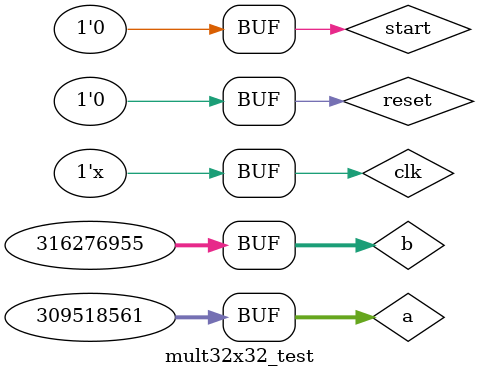
<source format=sv>
module mult32x32_test;

    logic clk;            // Clock
    logic reset;          // Reset
    logic start;          // Start signal
    logic [31:0] a;       // Input a
    logic [31:0] b;       // Input b
    logic busy;           // Multiplier busy indication
    logic [63:0] product; // Miltiplication product

	localparam HALF_PERIOD = 1;
	localparam PERIOD = 2 * HALF_PERIOD;

    mult32x32 mult32x32_dut(.clk(clk), .reset(reset), .start(start), .a(a), .b(b), .busy(busy), .product(product));

    initial begin

        clk = 1'b1;
        start = 1'b0;
		a = 32'd0;
		b = 32'd0;
        reset = 1'b1;

		#PERIOD; #PERIOD; #PERIOD; #PERIOD;

        reset = 1'b0;

		#PERIOD;

		a = 32'd309518561;
		b = 32'd316276955;
        start = 1'b1;
		#PERIOD;
        start = 1'b0;

		#PERIOD; #PERIOD; #PERIOD; #PERIOD;

    end

	always #HALF_PERIOD clk=~clk;

endmodule

</source>
